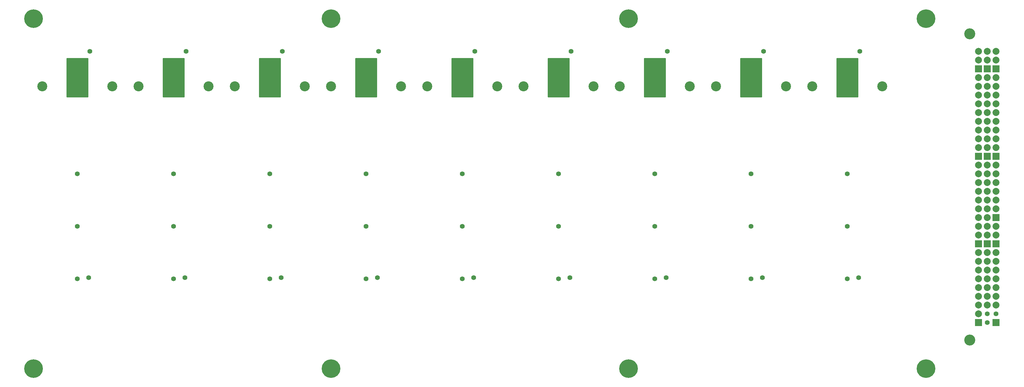
<source format=gbr>
G04 #@! TF.FileFunction,Soldermask,Bot*
%FSLAX46Y46*%
G04 Gerber Fmt 4.6, Leading zero omitted, Abs format (unit mm)*
G04 Created by KiCad (PCBNEW 4.0.7) date Tue Feb 27 09:37:45 2018*
%MOMM*%
%LPD*%
G01*
G04 APERTURE LIST*
%ADD10C,0.100000*%
%ADD11C,1.400000*%
%ADD12C,5.400000*%
%ADD13C,2.900000*%
%ADD14C,2.000000*%
%ADD15R,2.000000X2.000000*%
%ADD16C,3.200000*%
%ADD17C,0.254000*%
G04 APERTURE END LIST*
D10*
D11*
X335280000Y-78740000D03*
D12*
X386080000Y-160655000D03*
X299720000Y-160655000D03*
X213360000Y-160655000D03*
X127000000Y-160655000D03*
X386080000Y-59055000D03*
X299720000Y-59055000D03*
X213360000Y-59055000D03*
D13*
X373380000Y-78740000D03*
D12*
X127000000Y-59055000D03*
D14*
X401320000Y-68580000D03*
X401320000Y-71120000D03*
D15*
X401320000Y-73660000D03*
D14*
X401320000Y-76200000D03*
X401320000Y-78740000D03*
X401320000Y-81280000D03*
X401320000Y-83820000D03*
X401320000Y-86360000D03*
X401320000Y-88900000D03*
X401320000Y-91440000D03*
X401320000Y-93980000D03*
X401320000Y-96520000D03*
D15*
X401320000Y-99060000D03*
D14*
X401320000Y-101600000D03*
X401320000Y-104140000D03*
X401320000Y-106680000D03*
X401320000Y-109220000D03*
X401320000Y-111760000D03*
X401320000Y-114300000D03*
X401320000Y-116840000D03*
X401320000Y-119380000D03*
X401320000Y-121920000D03*
D15*
X401320000Y-124460000D03*
D14*
X401320000Y-127000000D03*
X401320000Y-129540000D03*
X401320000Y-132080000D03*
X401320000Y-134620000D03*
X401320000Y-137160000D03*
X401320000Y-139700000D03*
X401320000Y-142240000D03*
X401320000Y-144780000D03*
D15*
X401320000Y-147320000D03*
D14*
X403860000Y-68580000D03*
X403860000Y-71120000D03*
D15*
X403860000Y-73660000D03*
D14*
X403860000Y-76200000D03*
X403860000Y-78740000D03*
X403860000Y-81280000D03*
X403860000Y-83820000D03*
X403860000Y-86360000D03*
X403860000Y-88900000D03*
X403860000Y-91440000D03*
X403860000Y-93980000D03*
X403860000Y-96520000D03*
D15*
X403860000Y-99060000D03*
D14*
X403860000Y-101600000D03*
X403860000Y-104140000D03*
X403860000Y-106680000D03*
X403860000Y-109220000D03*
X403860000Y-111760000D03*
X403860000Y-114300000D03*
X403860000Y-116840000D03*
X403860000Y-119380000D03*
X403860000Y-121920000D03*
D15*
X403860000Y-124460000D03*
D14*
X403860000Y-127000000D03*
X403860000Y-129540000D03*
X403860000Y-132080000D03*
X403860000Y-134620000D03*
X403860000Y-137160000D03*
X403860000Y-139700000D03*
X403860000Y-142240000D03*
D11*
X403860000Y-144780000D03*
X403860000Y-147320000D03*
D14*
X406400000Y-68580000D03*
X406400000Y-71120000D03*
D15*
X406400000Y-73660000D03*
D14*
X406400000Y-76200000D03*
X406400000Y-78740000D03*
X406400000Y-81280000D03*
X406400000Y-83820000D03*
X406400000Y-86360000D03*
X406400000Y-88900000D03*
X406400000Y-91440000D03*
X406400000Y-93980000D03*
X406400000Y-96520000D03*
D15*
X406400000Y-99060000D03*
D14*
X406400000Y-101600000D03*
X406400000Y-104140000D03*
X406400000Y-106680000D03*
X406400000Y-109220000D03*
X406400000Y-111760000D03*
X406400000Y-114300000D03*
D15*
X406400000Y-116840000D03*
D14*
X406400000Y-119380000D03*
X406400000Y-121920000D03*
D15*
X406400000Y-124460000D03*
D14*
X406400000Y-127000000D03*
X406400000Y-129540000D03*
X406400000Y-132080000D03*
X406400000Y-134620000D03*
X406400000Y-137160000D03*
X406400000Y-139700000D03*
X406400000Y-142240000D03*
D11*
X406400000Y-144780000D03*
D15*
X406400000Y-147320000D03*
D16*
X398780000Y-63500000D03*
X398780000Y-152400000D03*
D11*
X139700000Y-78740000D03*
X139700000Y-104140000D03*
X139700000Y-119380000D03*
X167640000Y-78740000D03*
X167640000Y-104140000D03*
X167640000Y-119380000D03*
X195580000Y-78740000D03*
X195580000Y-104140000D03*
X195580000Y-119380000D03*
X223520000Y-78740000D03*
X223520000Y-104140000D03*
X223520000Y-119380000D03*
X251460000Y-78740000D03*
X251460000Y-104140000D03*
X251460000Y-119380000D03*
X307340000Y-78740000D03*
X307340000Y-104140000D03*
X307340000Y-119380000D03*
X279400000Y-78740000D03*
X279400000Y-104140000D03*
X279400000Y-119380000D03*
X335280000Y-104140000D03*
X335280000Y-119380000D03*
X363220000Y-78740000D03*
X363220000Y-104140000D03*
X363220000Y-119380000D03*
X139700000Y-134620000D03*
X195580000Y-134620000D03*
X223520000Y-134620000D03*
X251460000Y-134620000D03*
X307340000Y-134620000D03*
X279400000Y-134620000D03*
X335280000Y-134620000D03*
X363220000Y-134620000D03*
X167640000Y-134620000D03*
X142930000Y-134264000D03*
X143286000Y-68605000D03*
X198810000Y-134264000D03*
X199166000Y-68605000D03*
X226750000Y-134264000D03*
X227106000Y-68605000D03*
X254690000Y-134264000D03*
X255046000Y-68605000D03*
X310570000Y-134264000D03*
X310926000Y-68605000D03*
X282630000Y-134264000D03*
X282986000Y-68605000D03*
X338510000Y-134264000D03*
X338866000Y-68605000D03*
X366450000Y-134264000D03*
X366806000Y-68605000D03*
X170870000Y-134264000D03*
X171226000Y-68605000D03*
D13*
X185420000Y-78740000D03*
X205740000Y-78740000D03*
X213360000Y-78740000D03*
X233680000Y-78740000D03*
X241300000Y-78740000D03*
X261620000Y-78740000D03*
X297180000Y-78740000D03*
X317500000Y-78740000D03*
X269240000Y-78740000D03*
X289560000Y-78740000D03*
X325120000Y-78740000D03*
X345440000Y-78740000D03*
X353060000Y-78740000D03*
X157480000Y-78740000D03*
X177800000Y-78740000D03*
X129540000Y-78740000D03*
X149860000Y-78740000D03*
D17*
G36*
X142748000Y-81788000D02*
X136652000Y-81788000D01*
X136652000Y-70612000D01*
X142748000Y-70612000D01*
X142748000Y-81788000D01*
X142748000Y-81788000D01*
G37*
X142748000Y-81788000D02*
X136652000Y-81788000D01*
X136652000Y-70612000D01*
X142748000Y-70612000D01*
X142748000Y-81788000D01*
G36*
X170688000Y-81788000D02*
X164592000Y-81788000D01*
X164592000Y-70612000D01*
X170688000Y-70612000D01*
X170688000Y-81788000D01*
X170688000Y-81788000D01*
G37*
X170688000Y-81788000D02*
X164592000Y-81788000D01*
X164592000Y-70612000D01*
X170688000Y-70612000D01*
X170688000Y-81788000D01*
G36*
X198628000Y-81788000D02*
X192532000Y-81788000D01*
X192532000Y-70612000D01*
X198628000Y-70612000D01*
X198628000Y-81788000D01*
X198628000Y-81788000D01*
G37*
X198628000Y-81788000D02*
X192532000Y-81788000D01*
X192532000Y-70612000D01*
X198628000Y-70612000D01*
X198628000Y-81788000D01*
G36*
X226568000Y-81788000D02*
X220472000Y-81788000D01*
X220472000Y-70612000D01*
X226568000Y-70612000D01*
X226568000Y-81788000D01*
X226568000Y-81788000D01*
G37*
X226568000Y-81788000D02*
X220472000Y-81788000D01*
X220472000Y-70612000D01*
X226568000Y-70612000D01*
X226568000Y-81788000D01*
G36*
X254508000Y-81788000D02*
X248412000Y-81788000D01*
X248412000Y-70612000D01*
X254508000Y-70612000D01*
X254508000Y-81788000D01*
X254508000Y-81788000D01*
G37*
X254508000Y-81788000D02*
X248412000Y-81788000D01*
X248412000Y-70612000D01*
X254508000Y-70612000D01*
X254508000Y-81788000D01*
G36*
X282448000Y-81788000D02*
X276352000Y-81788000D01*
X276352000Y-70612000D01*
X282448000Y-70612000D01*
X282448000Y-81788000D01*
X282448000Y-81788000D01*
G37*
X282448000Y-81788000D02*
X276352000Y-81788000D01*
X276352000Y-70612000D01*
X282448000Y-70612000D01*
X282448000Y-81788000D01*
G36*
X310388000Y-81788000D02*
X304292000Y-81788000D01*
X304292000Y-70612000D01*
X310388000Y-70612000D01*
X310388000Y-81788000D01*
X310388000Y-81788000D01*
G37*
X310388000Y-81788000D02*
X304292000Y-81788000D01*
X304292000Y-70612000D01*
X310388000Y-70612000D01*
X310388000Y-81788000D01*
G36*
X338328000Y-81788000D02*
X332232000Y-81788000D01*
X332232000Y-70612000D01*
X338328000Y-70612000D01*
X338328000Y-81788000D01*
X338328000Y-81788000D01*
G37*
X338328000Y-81788000D02*
X332232000Y-81788000D01*
X332232000Y-70612000D01*
X338328000Y-70612000D01*
X338328000Y-81788000D01*
G36*
X366268000Y-81788000D02*
X360172000Y-81788000D01*
X360172000Y-70612000D01*
X366268000Y-70612000D01*
X366268000Y-81788000D01*
X366268000Y-81788000D01*
G37*
X366268000Y-81788000D02*
X360172000Y-81788000D01*
X360172000Y-70612000D01*
X366268000Y-70612000D01*
X366268000Y-81788000D01*
M02*

</source>
